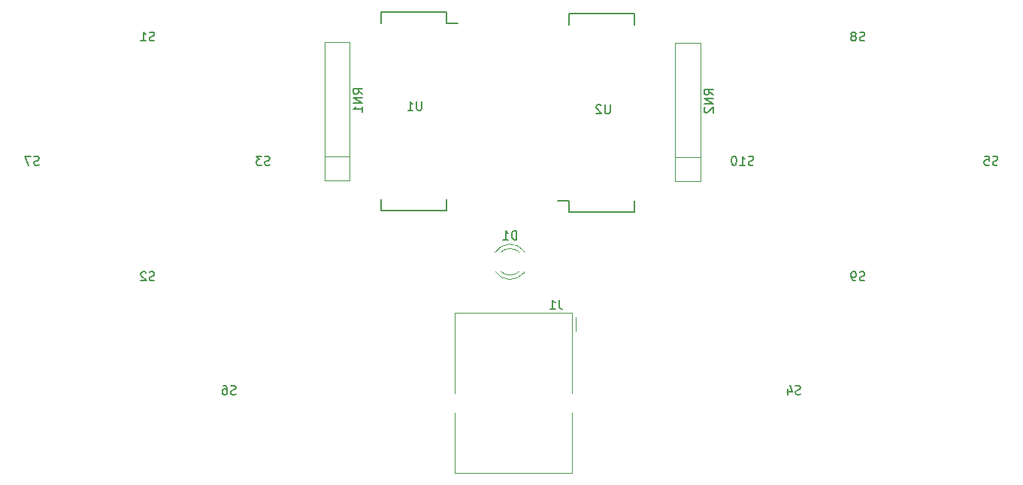
<source format=gbr>
G04 #@! TF.GenerationSoftware,KiCad,Pcbnew,5.1.5-52549c5~84~ubuntu19.10.1*
G04 #@! TF.CreationDate,2020-01-22T18:32:37-06:00*
G04 #@! TF.ProjectId,JudgeBoard,4a756467-6542-46f6-9172-642e6b696361,rev?*
G04 #@! TF.SameCoordinates,PXc9538d0PY6d58ad0*
G04 #@! TF.FileFunction,Legend,Bot*
G04 #@! TF.FilePolarity,Positive*
%FSLAX46Y46*%
G04 Gerber Fmt 4.6, Leading zero omitted, Abs format (unit mm)*
G04 Created by KiCad (PCBNEW 5.1.5-52549c5~84~ubuntu19.10.1) date 2020-01-22 18:32:37*
%MOMM*%
%LPD*%
G04 APERTURE LIST*
%ADD10C,0.120000*%
%ADD11C,0.100000*%
%ADD12C,0.150000*%
G04 APERTURE END LIST*
D10*
X-52570000Y17230000D02*
X-65770000Y17230000D01*
X-65770000Y17230000D02*
X-65770000Y8210000D01*
D11*
X-65770000Y-650000D02*
X-65770000Y-770000D01*
D10*
X-65770000Y-770000D02*
X-65770000Y6010000D01*
D11*
X-65770000Y-760000D02*
X-65770000Y-770000D01*
D10*
X-65770000Y-770000D02*
X-52570000Y-770000D01*
X-52570000Y-770000D02*
X-52570000Y6010000D01*
D11*
X-52570000Y8280000D02*
X-52570000Y8210000D01*
D10*
X-52570000Y8210000D02*
X-52570000Y17230000D01*
X-52100000Y15230000D02*
X-52100000Y16760000D01*
X-61192335Y24078608D02*
G75*
G02X-57960000Y24235516I1672335J-1078608D01*
G01*
X-61192335Y21921392D02*
G75*
G03X-57960000Y21764484I1672335J1078608D01*
G01*
X-60561130Y24079837D02*
G75*
G02X-58479039Y24080000I1041130J-1079837D01*
G01*
X-60561130Y21920163D02*
G75*
G03X-58479039Y21920000I1041130J1079837D01*
G01*
X-57960000Y24236000D02*
X-57960000Y24080000D01*
X-57960000Y21920000D02*
X-57960000Y21764000D01*
X-38100000Y34770000D02*
X-40900000Y34770000D01*
X-38100000Y47640000D02*
X-38100000Y32060000D01*
X-40900000Y47640000D02*
X-38100000Y47640000D01*
X-40900000Y32060000D02*
X-40900000Y47640000D01*
X-38100000Y32060000D02*
X-40900000Y32060000D01*
X-77600000Y32136000D02*
X-80400000Y32136000D01*
X-80400000Y32136000D02*
X-80400000Y47716000D01*
X-80400000Y47716000D02*
X-77600000Y47716000D01*
X-77600000Y47716000D02*
X-77600000Y32136000D01*
X-77600000Y34846000D02*
X-80400000Y34846000D01*
D12*
X-66675000Y51111000D02*
X-66675000Y49841000D01*
X-74025000Y51111000D02*
X-74025000Y49841000D01*
X-74025000Y28741000D02*
X-74025000Y30011000D01*
X-66675000Y28741000D02*
X-66675000Y30011000D01*
X-66675000Y51111000D02*
X-74025000Y51111000D01*
X-66675000Y28741000D02*
X-74025000Y28741000D01*
X-66675000Y49841000D02*
X-65390000Y49841000D01*
X-52865000Y28621000D02*
X-52865000Y29891000D01*
X-45515000Y28621000D02*
X-45515000Y29891000D01*
X-45515000Y50991000D02*
X-45515000Y49721000D01*
X-52865000Y50991000D02*
X-52865000Y49721000D01*
X-52865000Y28621000D02*
X-45515000Y28621000D01*
X-52865000Y50991000D02*
X-45515000Y50991000D01*
X-52865000Y29891000D02*
X-54150000Y29891000D01*
X-53996667Y18707620D02*
X-53996667Y17993334D01*
X-53949048Y17850477D01*
X-53853810Y17755239D01*
X-53710953Y17707620D01*
X-53615715Y17707620D01*
X-54996667Y17707620D02*
X-54425239Y17707620D01*
X-54710953Y17707620D02*
X-54710953Y18707620D01*
X-54615715Y18564762D01*
X-54520477Y18469524D01*
X-54425239Y18421905D01*
X-90424096Y8104239D02*
X-90566953Y8056620D01*
X-90805048Y8056620D01*
X-90900286Y8104239D01*
X-90947905Y8151858D01*
X-90995524Y8247096D01*
X-90995524Y8342334D01*
X-90947905Y8437572D01*
X-90900286Y8485191D01*
X-90805048Y8532810D01*
X-90614572Y8580429D01*
X-90519334Y8628048D01*
X-90471715Y8675667D01*
X-90424096Y8770905D01*
X-90424096Y8866143D01*
X-90471715Y8961381D01*
X-90519334Y9009000D01*
X-90614572Y9056620D01*
X-90852667Y9056620D01*
X-90995524Y9009000D01*
X-91852667Y9056620D02*
X-91662191Y9056620D01*
X-91566953Y9009000D01*
X-91519334Y8961381D01*
X-91424096Y8818524D01*
X-91376477Y8628048D01*
X-91376477Y8247096D01*
X-91424096Y8151858D01*
X-91471715Y8104239D01*
X-91566953Y8056620D01*
X-91757429Y8056620D01*
X-91852667Y8104239D01*
X-91900286Y8151858D01*
X-91947905Y8247096D01*
X-91947905Y8485191D01*
X-91900286Y8580429D01*
X-91852667Y8628048D01*
X-91757429Y8675667D01*
X-91566953Y8675667D01*
X-91471715Y8628048D01*
X-91424096Y8580429D01*
X-91376477Y8485191D01*
X-58781905Y25507620D02*
X-58781905Y26507620D01*
X-59020000Y26507620D01*
X-59162858Y26460000D01*
X-59258096Y26364762D01*
X-59305715Y26269524D01*
X-59353334Y26079048D01*
X-59353334Y25936191D01*
X-59305715Y25745715D01*
X-59258096Y25650477D01*
X-59162858Y25555239D01*
X-59020000Y25507620D01*
X-58781905Y25507620D01*
X-60305715Y25507620D02*
X-59734286Y25507620D01*
X-60020000Y25507620D02*
X-60020000Y26507620D01*
X-59924762Y26364762D01*
X-59829524Y26269524D01*
X-59734286Y26221905D01*
X-36647620Y41810477D02*
X-37123810Y42143810D01*
X-36647620Y42381905D02*
X-37647620Y42381905D01*
X-37647620Y42000953D01*
X-37600000Y41905715D01*
X-37552381Y41858096D01*
X-37457143Y41810477D01*
X-37314286Y41810477D01*
X-37219048Y41858096D01*
X-37171429Y41905715D01*
X-37123810Y42000953D01*
X-37123810Y42381905D01*
X-36647620Y41381905D02*
X-37647620Y41381905D01*
X-36647620Y40810477D01*
X-37647620Y40810477D01*
X-37552381Y40381905D02*
X-37600000Y40334286D01*
X-37647620Y40239048D01*
X-37647620Y40000953D01*
X-37600000Y39905715D01*
X-37552381Y39858096D01*
X-37457143Y39810477D01*
X-37361905Y39810477D01*
X-37219048Y39858096D01*
X-36647620Y40429524D01*
X-36647620Y39810477D01*
X-76147620Y41886477D02*
X-76623810Y42219810D01*
X-76147620Y42457905D02*
X-77147620Y42457905D01*
X-77147620Y42076953D01*
X-77100000Y41981715D01*
X-77052381Y41934096D01*
X-76957143Y41886477D01*
X-76814286Y41886477D01*
X-76719048Y41934096D01*
X-76671429Y41981715D01*
X-76623810Y42076953D01*
X-76623810Y42457905D01*
X-76147620Y41457905D02*
X-77147620Y41457905D01*
X-76147620Y40886477D01*
X-77147620Y40886477D01*
X-76147620Y39886477D02*
X-76147620Y40457905D01*
X-76147620Y40172191D02*
X-77147620Y40172191D01*
X-77004762Y40267429D01*
X-76909524Y40362667D01*
X-76861905Y40457905D01*
X-69469096Y41060620D02*
X-69469096Y40251096D01*
X-69516715Y40155858D01*
X-69564334Y40108239D01*
X-69659572Y40060620D01*
X-69850048Y40060620D01*
X-69945286Y40108239D01*
X-69992905Y40155858D01*
X-70040524Y40251096D01*
X-70040524Y41060620D01*
X-71040524Y40060620D02*
X-70469096Y40060620D01*
X-70754810Y40060620D02*
X-70754810Y41060620D01*
X-70659572Y40917762D01*
X-70564334Y40822524D01*
X-70469096Y40774905D01*
X-48260096Y40679620D02*
X-48260096Y39870096D01*
X-48307715Y39774858D01*
X-48355334Y39727239D01*
X-48450572Y39679620D01*
X-48641048Y39679620D01*
X-48736286Y39727239D01*
X-48783905Y39774858D01*
X-48831524Y39870096D01*
X-48831524Y40679620D01*
X-49260096Y40584381D02*
X-49307715Y40632000D01*
X-49402953Y40679620D01*
X-49641048Y40679620D01*
X-49736286Y40632000D01*
X-49783905Y40584381D01*
X-49831524Y40489143D01*
X-49831524Y40393905D01*
X-49783905Y40251048D01*
X-49212477Y39679620D01*
X-49831524Y39679620D01*
X-99582096Y47921239D02*
X-99724953Y47873620D01*
X-99963048Y47873620D01*
X-100058286Y47921239D01*
X-100105905Y47968858D01*
X-100153524Y48064096D01*
X-100153524Y48159334D01*
X-100105905Y48254572D01*
X-100058286Y48302191D01*
X-99963048Y48349810D01*
X-99772572Y48397429D01*
X-99677334Y48445048D01*
X-99629715Y48492667D01*
X-99582096Y48587905D01*
X-99582096Y48683143D01*
X-99629715Y48778381D01*
X-99677334Y48826000D01*
X-99772572Y48873620D01*
X-100010667Y48873620D01*
X-100153524Y48826000D01*
X-101105905Y47873620D02*
X-100534477Y47873620D01*
X-100820191Y47873620D02*
X-100820191Y48873620D01*
X-100724953Y48730762D01*
X-100629715Y48635524D01*
X-100534477Y48587905D01*
X-99582096Y20921239D02*
X-99724953Y20873620D01*
X-99963048Y20873620D01*
X-100058286Y20921239D01*
X-100105905Y20968858D01*
X-100153524Y21064096D01*
X-100153524Y21159334D01*
X-100105905Y21254572D01*
X-100058286Y21302191D01*
X-99963048Y21349810D01*
X-99772572Y21397429D01*
X-99677334Y21445048D01*
X-99629715Y21492667D01*
X-99582096Y21587905D01*
X-99582096Y21683143D01*
X-99629715Y21778381D01*
X-99677334Y21826000D01*
X-99772572Y21873620D01*
X-100010667Y21873620D01*
X-100153524Y21826000D01*
X-100534477Y21778381D02*
X-100582096Y21826000D01*
X-100677334Y21873620D01*
X-100915429Y21873620D01*
X-101010667Y21826000D01*
X-101058286Y21778381D01*
X-101105905Y21683143D01*
X-101105905Y21587905D01*
X-101058286Y21445048D01*
X-100486858Y20873620D01*
X-101105905Y20873620D01*
X-86582096Y33921239D02*
X-86724953Y33873620D01*
X-86963048Y33873620D01*
X-87058286Y33921239D01*
X-87105905Y33968858D01*
X-87153524Y34064096D01*
X-87153524Y34159334D01*
X-87105905Y34254572D01*
X-87058286Y34302191D01*
X-86963048Y34349810D01*
X-86772572Y34397429D01*
X-86677334Y34445048D01*
X-86629715Y34492667D01*
X-86582096Y34587905D01*
X-86582096Y34683143D01*
X-86629715Y34778381D01*
X-86677334Y34826000D01*
X-86772572Y34873620D01*
X-87010667Y34873620D01*
X-87153524Y34826000D01*
X-87486858Y34873620D02*
X-88105905Y34873620D01*
X-87772572Y34492667D01*
X-87915429Y34492667D01*
X-88010667Y34445048D01*
X-88058286Y34397429D01*
X-88105905Y34302191D01*
X-88105905Y34064096D01*
X-88058286Y33968858D01*
X-88010667Y33921239D01*
X-87915429Y33873620D01*
X-87629715Y33873620D01*
X-87534477Y33921239D01*
X-87486858Y33968858D01*
X-4582096Y33921239D02*
X-4724953Y33873620D01*
X-4963048Y33873620D01*
X-5058286Y33921239D01*
X-5105905Y33968858D01*
X-5153524Y34064096D01*
X-5153524Y34159334D01*
X-5105905Y34254572D01*
X-5058286Y34302191D01*
X-4963048Y34349810D01*
X-4772572Y34397429D01*
X-4677334Y34445048D01*
X-4629715Y34492667D01*
X-4582096Y34587905D01*
X-4582096Y34683143D01*
X-4629715Y34778381D01*
X-4677334Y34826000D01*
X-4772572Y34873620D01*
X-5010667Y34873620D01*
X-5153524Y34826000D01*
X-6058286Y34873620D02*
X-5582096Y34873620D01*
X-5534477Y34397429D01*
X-5582096Y34445048D01*
X-5677334Y34492667D01*
X-5915429Y34492667D01*
X-6010667Y34445048D01*
X-6058286Y34397429D01*
X-6105905Y34302191D01*
X-6105905Y34064096D01*
X-6058286Y33968858D01*
X-6010667Y33921239D01*
X-5915429Y33873620D01*
X-5677334Y33873620D01*
X-5582096Y33921239D01*
X-5534477Y33968858D01*
X-112582096Y33921239D02*
X-112724953Y33873620D01*
X-112963048Y33873620D01*
X-113058286Y33921239D01*
X-113105905Y33968858D01*
X-113153524Y34064096D01*
X-113153524Y34159334D01*
X-113105905Y34254572D01*
X-113058286Y34302191D01*
X-112963048Y34349810D01*
X-112772572Y34397429D01*
X-112677334Y34445048D01*
X-112629715Y34492667D01*
X-112582096Y34587905D01*
X-112582096Y34683143D01*
X-112629715Y34778381D01*
X-112677334Y34826000D01*
X-112772572Y34873620D01*
X-113010667Y34873620D01*
X-113153524Y34826000D01*
X-113486858Y34873620D02*
X-114153524Y34873620D01*
X-113724953Y33873620D01*
X-19582096Y47921239D02*
X-19724953Y47873620D01*
X-19963048Y47873620D01*
X-20058286Y47921239D01*
X-20105905Y47968858D01*
X-20153524Y48064096D01*
X-20153524Y48159334D01*
X-20105905Y48254572D01*
X-20058286Y48302191D01*
X-19963048Y48349810D01*
X-19772572Y48397429D01*
X-19677334Y48445048D01*
X-19629715Y48492667D01*
X-19582096Y48587905D01*
X-19582096Y48683143D01*
X-19629715Y48778381D01*
X-19677334Y48826000D01*
X-19772572Y48873620D01*
X-20010667Y48873620D01*
X-20153524Y48826000D01*
X-20724953Y48445048D02*
X-20629715Y48492667D01*
X-20582096Y48540286D01*
X-20534477Y48635524D01*
X-20534477Y48683143D01*
X-20582096Y48778381D01*
X-20629715Y48826000D01*
X-20724953Y48873620D01*
X-20915429Y48873620D01*
X-21010667Y48826000D01*
X-21058286Y48778381D01*
X-21105905Y48683143D01*
X-21105905Y48635524D01*
X-21058286Y48540286D01*
X-21010667Y48492667D01*
X-20915429Y48445048D01*
X-20724953Y48445048D01*
X-20629715Y48397429D01*
X-20582096Y48349810D01*
X-20534477Y48254572D01*
X-20534477Y48064096D01*
X-20582096Y47968858D01*
X-20629715Y47921239D01*
X-20724953Y47873620D01*
X-20915429Y47873620D01*
X-21010667Y47921239D01*
X-21058286Y47968858D01*
X-21105905Y48064096D01*
X-21105905Y48254572D01*
X-21058286Y48349810D01*
X-21010667Y48397429D01*
X-20915429Y48445048D01*
X-19582096Y20921239D02*
X-19724953Y20873620D01*
X-19963048Y20873620D01*
X-20058286Y20921239D01*
X-20105905Y20968858D01*
X-20153524Y21064096D01*
X-20153524Y21159334D01*
X-20105905Y21254572D01*
X-20058286Y21302191D01*
X-19963048Y21349810D01*
X-19772572Y21397429D01*
X-19677334Y21445048D01*
X-19629715Y21492667D01*
X-19582096Y21587905D01*
X-19582096Y21683143D01*
X-19629715Y21778381D01*
X-19677334Y21826000D01*
X-19772572Y21873620D01*
X-20010667Y21873620D01*
X-20153524Y21826000D01*
X-20629715Y20873620D02*
X-20820191Y20873620D01*
X-20915429Y20921239D01*
X-20963048Y20968858D01*
X-21058286Y21111715D01*
X-21105905Y21302191D01*
X-21105905Y21683143D01*
X-21058286Y21778381D01*
X-21010667Y21826000D01*
X-20915429Y21873620D01*
X-20724953Y21873620D01*
X-20629715Y21826000D01*
X-20582096Y21778381D01*
X-20534477Y21683143D01*
X-20534477Y21445048D01*
X-20582096Y21349810D01*
X-20629715Y21302191D01*
X-20724953Y21254572D01*
X-20915429Y21254572D01*
X-21010667Y21302191D01*
X-21058286Y21349810D01*
X-21105905Y21445048D01*
X-32105905Y33921239D02*
X-32248762Y33873620D01*
X-32486858Y33873620D01*
X-32582096Y33921239D01*
X-32629715Y33968858D01*
X-32677334Y34064096D01*
X-32677334Y34159334D01*
X-32629715Y34254572D01*
X-32582096Y34302191D01*
X-32486858Y34349810D01*
X-32296381Y34397429D01*
X-32201143Y34445048D01*
X-32153524Y34492667D01*
X-32105905Y34587905D01*
X-32105905Y34683143D01*
X-32153524Y34778381D01*
X-32201143Y34826000D01*
X-32296381Y34873620D01*
X-32534477Y34873620D01*
X-32677334Y34826000D01*
X-33629715Y33873620D02*
X-33058286Y33873620D01*
X-33344000Y33873620D02*
X-33344000Y34873620D01*
X-33248762Y34730762D01*
X-33153524Y34635524D01*
X-33058286Y34587905D01*
X-34248762Y34873620D02*
X-34344000Y34873620D01*
X-34439239Y34826000D01*
X-34486858Y34778381D01*
X-34534477Y34683143D01*
X-34582096Y34492667D01*
X-34582096Y34254572D01*
X-34534477Y34064096D01*
X-34486858Y33968858D01*
X-34439239Y33921239D01*
X-34344000Y33873620D01*
X-34248762Y33873620D01*
X-34153524Y33921239D01*
X-34105905Y33968858D01*
X-34058286Y34064096D01*
X-34010667Y34254572D01*
X-34010667Y34492667D01*
X-34058286Y34683143D01*
X-34105905Y34778381D01*
X-34153524Y34826000D01*
X-34248762Y34873620D01*
X-26797096Y8104239D02*
X-26939953Y8056620D01*
X-27178048Y8056620D01*
X-27273286Y8104239D01*
X-27320905Y8151858D01*
X-27368524Y8247096D01*
X-27368524Y8342334D01*
X-27320905Y8437572D01*
X-27273286Y8485191D01*
X-27178048Y8532810D01*
X-26987572Y8580429D01*
X-26892334Y8628048D01*
X-26844715Y8675667D01*
X-26797096Y8770905D01*
X-26797096Y8866143D01*
X-26844715Y8961381D01*
X-26892334Y9009000D01*
X-26987572Y9056620D01*
X-27225667Y9056620D01*
X-27368524Y9009000D01*
X-28225667Y8723286D02*
X-28225667Y8056620D01*
X-27987572Y9104239D02*
X-27749477Y8389953D01*
X-28368524Y8389953D01*
M02*

</source>
